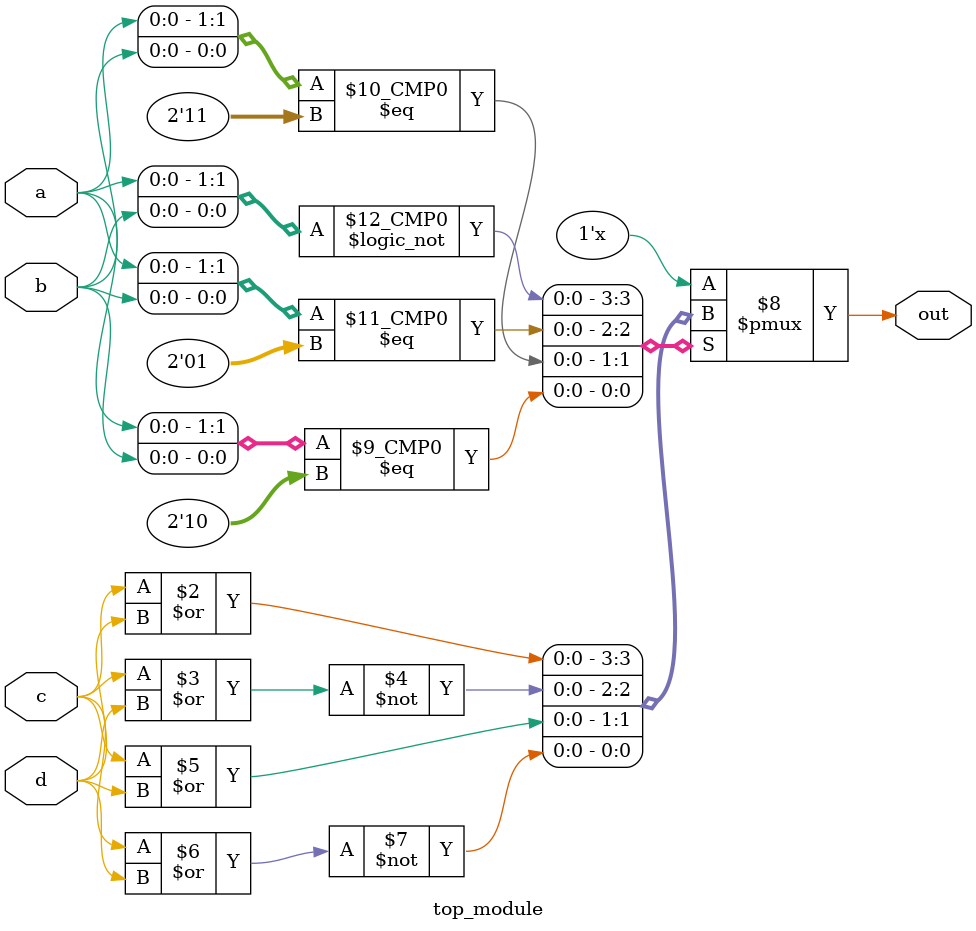
<source format=sv>
module top_module (
    input a, 
    input b,
    input c,
    input d,
    output reg out
);

always @(*) begin
    case ({a, b})
        2'b00: out = c | d;
        2'b01: out = ~(c | d);
        2'b11: out = c | d; 
        2'b10: out = ~(c | d);
    endcase
end

endmodule

</source>
